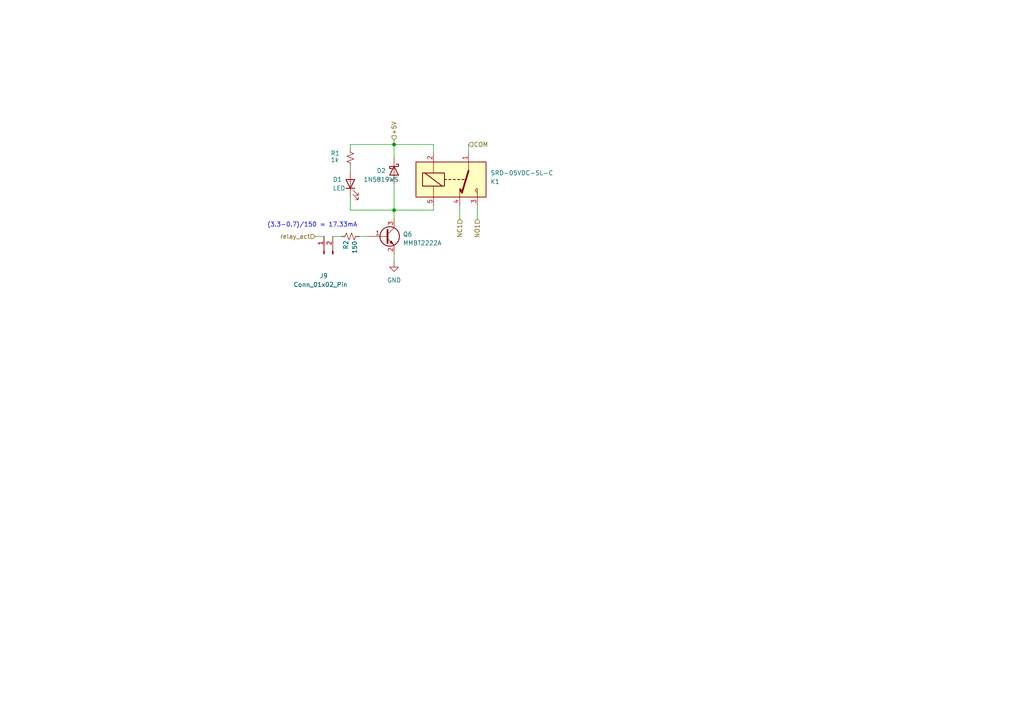
<source format=kicad_sch>
(kicad_sch (version 20230121) (generator eeschema)
  (paper "A4")
  (lib_symbols
    (symbol "Connector:Conn_01x02_Pin" (pin_names (offset 1.016) hide)
      (property "Reference" "J" (at 0 2.54 0))
      (property "Value" "Conn_01x02_Pin" (at 0 -5.08 0))
      (symbol "Conn_01x02_Pin_1_1"
        (polyline (pts (xy 1.27 -2.54) (xy 0.8636 -2.54)) (stroke (width 0.1524)))
        (polyline (pts (xy 1.27 0) (xy 0.8636 0)) (stroke (width 0.1524)))
        (rectangle (start 0.8636 -2.413) (end 0 -2.667) (stroke (width 0.1524)) (fill (type outline)))
        (rectangle (start 0.8636 0.127) (end 0 -0.127) (stroke (width 0.1524)) (fill (type outline)))
        (pin passive line (at 5.08 0 180) (length 3.81) (name "Pin_1") (number "1"))
        (pin passive line (at 5.08 -2.54 180) (length 3.81) (name "Pin_2") (number "2"))
      )
    )
    (symbol "Device:LED" (pin_numbers hide) (pin_names (offset 1.016) hide)
      (property "Reference" "D" (at 0 2.54 0))
      (property "Value" "LED" (at 0 -2.54 0))
      (symbol "LED_0_1"
        (polyline (pts (xy -1.27 -1.27) (xy -1.27 1.27)) (stroke (width 0.254)))
        (polyline (pts (xy -1.27 0) (xy 1.27 0)))
        (polyline (pts (xy 1.27 -1.27) (xy 1.27 1.27) (xy -1.27 0) (xy 1.27 -1.27)) (stroke (width 0.254)))
        (polyline (pts (xy -3.048 -0.762) (xy -4.572 -2.286) (xy -3.81 -2.286) (xy -4.572 -2.286) (xy -4.572 -1.524)))
        (polyline (pts (xy -1.778 -0.762) (xy -3.302 -2.286) (xy -2.54 -2.286) (xy -3.302 -2.286) (xy -3.302 -1.524)))
      )
      (symbol "LED_1_1"
        (pin passive line (at -3.81 0 0) (length 2.54) (name "K") (number "1"))
        (pin passive line (at 3.81 0 180) (length 2.54) (name "A") (number "2"))
      )
    )
    (symbol "Device:R_Small_US" (pin_numbers hide) (pin_names (offset 0.254) hide)
      (property "Reference" "R" (at 0.762 0.508 0))
      (property "Value" "R_Small_US" (at 0.762 -1.016 0))
      (symbol "R_Small_US_1_1"
        (polyline (pts (xy 0 0) (xy 1.016 -0.381) (xy 0 -0.762) (xy -1.016 -1.143) (xy 0 -1.524)))
        (polyline (pts (xy 0 1.524) (xy 1.016 1.143) (xy 0 0.762) (xy -1.016 0.381) (xy 0 0)))
        (pin passive line (at 0 2.54 270) (length 1.016) (name "~") (number "1"))
        (pin passive line (at 0 -2.54 90) (length 1.016) (name "~") (number "2"))
      )
    )
    (symbol "Diode:1N5819" (pin_numbers hide) (pin_names (offset 1.016) hide)
      (property "Reference" "D" (at 0 2.54 0))
      (property "Value" "1N5819" (at 0 -2.54 0))
      (symbol "1N5819_0_1"
        (polyline (pts (xy 1.27 0) (xy -1.27 0)))
        (polyline (pts (xy 1.27 1.27) (xy 1.27 -1.27) (xy -1.27 0) (xy 1.27 1.27)) (stroke (width 0.254)))
        (polyline (pts (xy -1.905 0.635) (xy -1.905 1.27) (xy -1.27 1.27) (xy -1.27 -1.27) (xy -0.635 -1.27) (xy -0.635 -0.635)) (stroke (width 0.254)))
      )
      (symbol "1N5819_1_1"
        (pin passive line (at -3.81 0 0) (length 2.54) (name "K") (number "1"))
        (pin passive line (at 3.81 0 180) (length 2.54) (name "A") (number "2"))
      )
    )
    (symbol "Relay:SANYOU_SRD_Form_C"
      (property "Reference" "K" (at 11.43 3.81 0))
      (property "Value" "SANYOU_SRD_Form_C" (at 11.43 1.27 0))
      (symbol "SANYOU_SRD_Form_C_0_0"
        (polyline (pts (xy 7.62 5.08) (xy 7.62 2.54) (xy 6.985 3.175) (xy 7.62 3.81)))
      )
      (symbol "SANYOU_SRD_Form_C_0_1"
        (rectangle (start -10.16 5.08) (end 10.16 -5.08) (stroke (width 0.254)) (fill (type background)))
        (rectangle (start -8.255 1.905) (end -1.905 -1.905) (stroke (width 0.254)))
        (polyline (pts (xy -7.62 -1.905) (xy -2.54 1.905)) (stroke (width 0.254)))
        (polyline (pts (xy -5.08 -5.08) (xy -5.08 -1.905)))
        (polyline (pts (xy -5.08 5.08) (xy -5.08 1.905)))
        (polyline (pts (xy -1.905 0) (xy -1.27 0)) (stroke (width 0.254)))
        (polyline (pts (xy -0.635 0) (xy 0 0)) (stroke (width 0.254)))
        (polyline (pts (xy 0.635 0) (xy 1.27 0)) (stroke (width 0.254)))
        (polyline (pts (xy 1.905 0) (xy 2.54 0)) (stroke (width 0.254)))
        (polyline (pts (xy 3.175 0) (xy 3.81 0)) (stroke (width 0.254)))
        (polyline (pts (xy 5.08 -2.54) (xy 3.175 3.81)) (stroke (width 0.508)))
        (polyline (pts (xy 5.08 -2.54) (xy 5.08 -5.08)))
      )
      (symbol "SANYOU_SRD_Form_C_1_1"
        (polyline (pts (xy 2.54 3.81) (xy 3.175 3.175) (xy 2.54 2.54) (xy 2.54 5.08)) (fill (type outline)))
        (pin passive line (at 5.08 -7.62 90) (length 2.54) (name "~") (number "1"))
        (pin passive line (at -5.08 -7.62 90) (length 2.54) (name "~") (number "2"))
        (pin passive line (at 7.62 7.62 270) (length 2.54) (name "~") (number "3"))
        (pin passive line (at 2.54 7.62 270) (length 2.54) (name "~") (number "4"))
        (pin passive line (at -5.08 7.62 270) (length 2.54) (name "~") (number "5"))
      )
    )
    (symbol "Transistor_BJT:MMBT3904" (pin_names (offset 0) hide)
      (property "Reference" "Q" (at 5.08 1.905 0))
      (property "Value" "MMBT3904" (at 5.08 0 0))
      (symbol "MMBT3904_0_1"
        (polyline (pts (xy 0.635 0.635) (xy 2.54 2.54)))
        (polyline (pts (xy 0.635 -0.635) (xy 2.54 -2.54) (xy 2.54 -2.54)))
        (polyline (pts (xy 0.635 1.905) (xy 0.635 -1.905) (xy 0.635 -1.905)) (stroke (width 0.508)))
        (polyline (pts (xy 1.27 -1.778) (xy 1.778 -1.27) (xy 2.286 -2.286) (xy 1.27 -1.778) (xy 1.27 -1.778)) (fill (type outline)))
        (circle (center 1.27 0) (radius 2.8194) (stroke (width 0.254)))
      )
      (symbol "MMBT3904_1_1"
        (pin input line (at -5.08 0 0) (length 5.715) (name "B") (number "1"))
        (pin passive line (at 2.54 -5.08 90) (length 2.54) (name "E") (number "2"))
        (pin passive line (at 2.54 5.08 270) (length 2.54) (name "C") (number "3"))
      )
    )
    (symbol "power:GND" (power) (pin_names (offset 0))
      (property "Value" "GND" (at 0 -3.81 0))
      (symbol "GND_0_1"
        (polyline (pts (xy 0 0) (xy 0 -1.27) (xy 1.27 -1.27) (xy 0 -2.54) (xy -1.27 -1.27) (xy 0 -1.27)))
      )
      (symbol "GND_1_1"
        (pin power_in line (at 0 0 270) (length 0) hide (name "GND") (number "1"))
      )
    )
  )
  (junction (at 114.3 41.91))
  (junction (at 114.3 60.96))
  (wire (pts (xy 101.6 57.15) (xy 101.6 60.96)))
  (wire (pts (xy 96.52 68.58) (xy 99.06 68.58)))
  (wire (pts (xy 91.44 68.58) (xy 93.98 68.58)))
  (wire (pts (xy 114.3 40.64) (xy 114.3 41.91)))
  (wire (pts (xy 114.3 53.34) (xy 114.3 60.96)))
  (wire (pts (xy 114.3 73.66) (xy 114.3 76.2)))
  (wire (pts (xy 125.73 41.91) (xy 125.73 44.45)))
  (wire (pts (xy 101.6 41.91) (xy 114.3 41.91)))
  (wire (pts (xy 114.3 60.96) (xy 125.73 60.96)))
  (wire (pts (xy 101.6 48.26) (xy 101.6 49.53)))
  (wire (pts (xy 114.3 41.91) (xy 114.3 45.72)))
  (wire (pts (xy 138.43 59.69) (xy 138.43 63.5)))
  (wire (pts (xy 104.14 68.58) (xy 106.68 68.58)))
  (wire (pts (xy 101.6 60.96) (xy 114.3 60.96)))
  (wire (pts (xy 101.6 43.18) (xy 101.6 41.91)))
  (wire (pts (xy 114.3 41.91) (xy 125.73 41.91)))
  (wire (pts (xy 135.89 41.91) (xy 135.89 44.45)))
  (wire (pts (xy 125.73 60.96) (xy 125.73 59.69)))
  (wire (pts (xy 133.35 59.69) (xy 133.35 63.5)))
  (wire (pts (xy 114.3 60.96) (xy 114.3 63.5)))
  (text "(3.3-0.7)/150 = 17.33mA\n" (at 77.47 66.04 0) (effects (font (size 1.27 1.27)) (justify left bottom)))
  (hierarchical_label "relay_act" (shape input) (at 91.44 68.58 180))
  (hierarchical_label "NO1" (shape input) (at 138.43 63.5 270))
  (hierarchical_label "NC1" (shape input) (at 133.35 63.5 270))
  (hierarchical_label "COM" (shape input) (at 135.89 41.91 0))
  (hierarchical_label "+5V" (shape input) (at 114.3 40.64 90))
  (symbol (lib_id "Diode:1N5819") (at 114.3 49.53 270) (unit 1)
    (property "Reference" "D2" (at 109.22 49.53 90) (effects (justify left)))
    (property "Value" "1N5819WS" (at 105.41 52.07 90) (effects (justify left)))
    (property "Footprint" "Diode_SMD:D_SOD-323" (effects hide))
    (property "Datasheet" "http://www.vishay.com/docs/88525/1n5817.pdf" (effects hide))
    (property "LCSC" "C191023" (effects hide))
    (instances (project "LAS_V2" (path "" (reference "D2") (unit 1)) (path "" (reference "D7") (unit 1))))
  )
  (symbol (lib_id "power:GND") (at 114.3 76.2 0) (unit 1)
    (property "Reference" "#PWR04" (effects hide))
    (property "Value" "GND" (at 114.3 81.28 0))
    (instances (project "LAS_V2" (path "" (reference "#PWR04") (unit 1)) (path "" (reference "#PWR018") (unit 1))))
  )
  (symbol (lib_id "Device:R_Small_US") (at 101.6 68.58 90) (unit 1)
    (property "Reference" "R2" (at 100.33 72.39 0) (effects (justify left)))
    (property "Value" "150" (at 102.87 73.66 0) (effects (justify left)))
    (property "Footprint" "Resistor_SMD:R_0603_1608Metric" (effects hide))
    (property "LCSC" "C22808" (effects hide))
    (instances (project "LAS_V2" (path "" (reference "R2") (unit 1)) (path "" (reference "R9") (unit 1))))
  )
  (symbol (lib_id "Transistor_BJT:MMBT3904") (at 111.76 68.58 0) (unit 1)
    (property "Reference" "Q6" (at 116.84 67.945 0) (effects (justify left)))
    (property "Value" "MMBT2222A" (at 116.84 70.485 0) (effects (justify left)))
    (property "Footprint" "Package_TO_SOT_SMD:SOT-23" (effects hide))
    (property "Datasheet" "https://www.onsemi.com/pub/Collateral/2N3903-D.PDF" (effects hide))
    (property "LCSC" "C8512" (effects hide))
    (instances (project "LAS_V2" (path "" (reference "Q6") (unit 1)) (path "" (reference "Q1") (unit 1))))
  )
  (symbol (lib_id "Relay:SANYOU_SRD_Form_C") (at 130.81 52.07 0) (mirror x) (unit 1)
    (property "Reference" "K1" (at 142.24 52.705 0) (effects (justify left)))
    (property "Value" "SRD-05VDC-SL-C" (at 142.24 50.165 0) (effects (justify left)))
    (property "Footprint" "Relay_THT:Relay_SPDT_SANYOU_SRD_Series_Form_C" (effects hide))
    (property "Datasheet" "http://www.sanyourelay.ca/public/products/pdf/SRD.pdf" (effects hide))
    (property "LCSC" "C35449" (effects hide))
  )
  (symbol (lib_id "Device:LED") (at 101.6 53.34 90) (unit 1)
    (property "Reference" "D1" (at 96.52 52.07 90) (effects (justify right)))
    (property "Value" "LED" (at 96.52 54.61 90) (effects (justify right)))
    (property "Footprint" "LED_SMD:LED_0603_1608Metric" (effects hide))
    (property "LCSC" "C2286" (effects hide))
    (instances (project "LAS_V2" (path "" (reference "D1") (unit 1)) (path "" (reference "D6") (unit 1))))
  )
  (symbol (lib_id "Connector:Conn_01x02_Pin") (at 93.98 73.66 90) (unit 1)
    (property "Reference" "J9" (at 92.71 80.01 90) (effects (justify right)))
    (property "Value" "Conn_01x02_Pin" (at 85.09 82.55 90) (effects (justify right)))
    (property "Footprint" "Connector_PinHeader_2.54mm:PinHeader_1x02_P2.54mm_Vertical" (effects hide))
    (instances (project "LAS_V2" (path "" (reference "J9") (unit 1)) (path "" (reference "J6") (unit 1))))
  )
  (symbol (lib_id "Device:R_Small_US") (at 101.6 45.72 0) (unit 1)
    (property "Reference" "R1" (at 95.885 44.45 0) (effects (justify left)))
    (property "Value" "1k" (at 95.885 46.355 0) (effects (justify left)))
    (property "Footprint" "Resistor_SMD:R_0603_1608Metric" (effects hide))
    (property "LCSC" "C21190" (effects hide))
    (instances (project "LAS_V2" (path "" (reference "R1") (unit 1)) (path "" (reference "R8") (unit 1))))
  )
)
</source>
